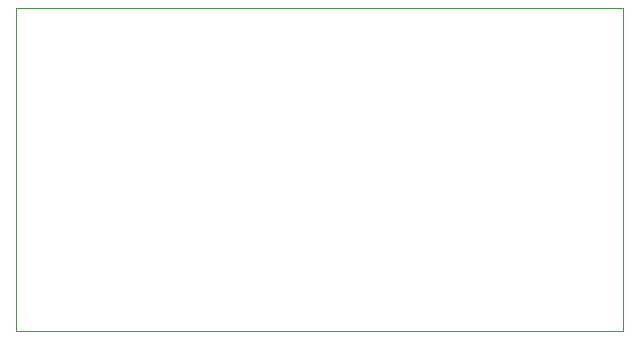
<source format=gbr>
G04 #@! TF.GenerationSoftware,KiCad,Pcbnew,(5.1.0)-1*
G04 #@! TF.CreationDate,2019-04-29T13:19:32-04:00*
G04 #@! TF.ProjectId,ifx9201sg-h-bridge-board,69667839-3230-4317-9367-2d682d627269,--*
G04 #@! TF.SameCoordinates,Original*
G04 #@! TF.FileFunction,Profile,NP*
%FSLAX46Y46*%
G04 Gerber Fmt 4.6, Leading zero omitted, Abs format (unit mm)*
G04 Created by KiCad (PCBNEW (5.1.0)-1) date 2019-04-29 13:19:32*
%MOMM*%
%LPD*%
G04 APERTURE LIST*
%ADD10C,0.050000*%
G04 APERTURE END LIST*
D10*
X123825000Y-118110000D02*
X123825000Y-90805000D01*
X124460000Y-118110000D02*
X123825000Y-118110000D01*
X175260000Y-118110000D02*
X124460000Y-118110000D01*
X175260000Y-117475000D02*
X175260000Y-118110000D01*
X175260000Y-90805000D02*
X175260000Y-117475000D01*
X123825000Y-90805000D02*
X175260000Y-90805000D01*
M02*

</source>
